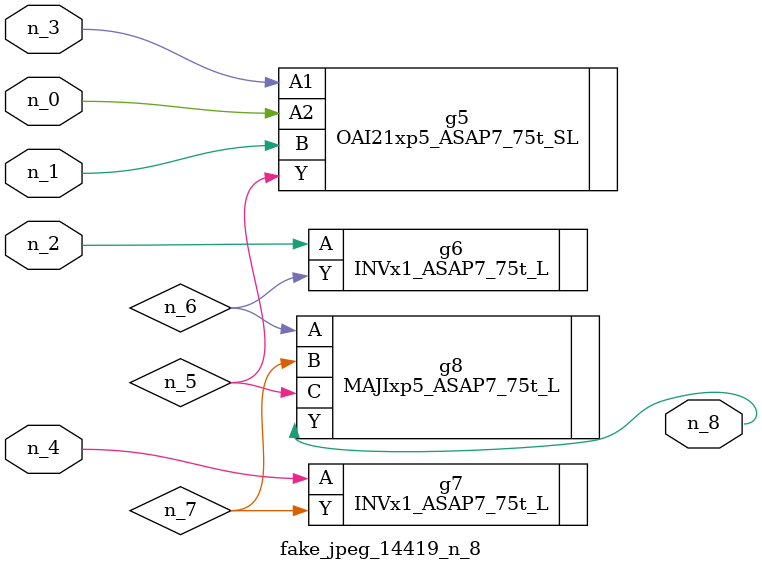
<source format=v>
module fake_jpeg_14419_n_8 (n_3, n_2, n_1, n_0, n_4, n_8);

input n_3;
input n_2;
input n_1;
input n_0;
input n_4;

output n_8;

wire n_6;
wire n_5;
wire n_7;

OAI21xp5_ASAP7_75t_SL g5 ( 
.A1(n_3),
.A2(n_0),
.B(n_1),
.Y(n_5)
);

INVx1_ASAP7_75t_L g6 ( 
.A(n_2),
.Y(n_6)
);

INVx1_ASAP7_75t_L g7 ( 
.A(n_4),
.Y(n_7)
);

MAJIxp5_ASAP7_75t_L g8 ( 
.A(n_6),
.B(n_7),
.C(n_5),
.Y(n_8)
);


endmodule
</source>
